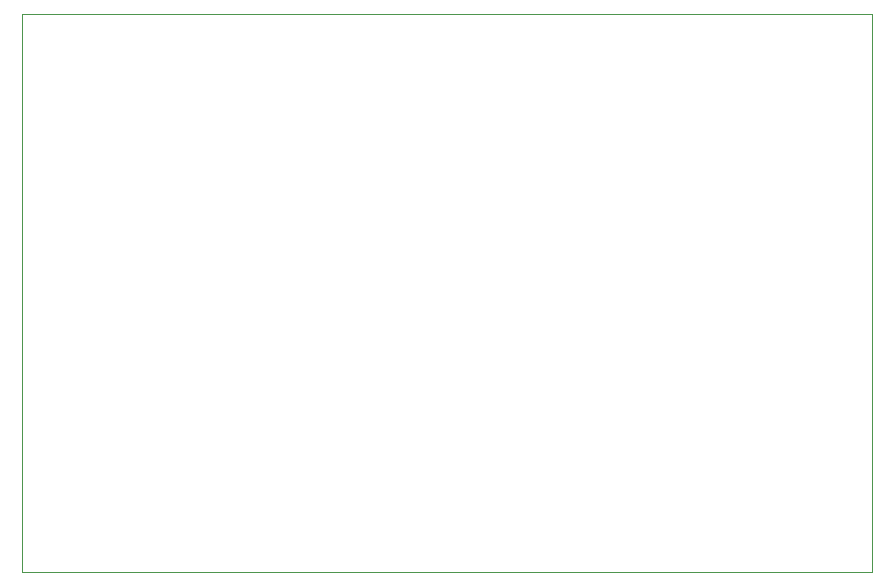
<source format=gbr>
%TF.GenerationSoftware,KiCad,Pcbnew,7.0.6*%
%TF.CreationDate,2023-10-09T12:22:11-06:00*%
%TF.ProjectId,CAN-USB RF Module,43414e2d-5553-4422-9052-46204d6f6475,2.0*%
%TF.SameCoordinates,Original*%
%TF.FileFunction,Profile,NP*%
%FSLAX46Y46*%
G04 Gerber Fmt 4.6, Leading zero omitted, Abs format (unit mm)*
G04 Created by KiCad (PCBNEW 7.0.6) date 2023-10-09 12:22:11*
%MOMM*%
%LPD*%
G01*
G04 APERTURE LIST*
%TA.AperFunction,Profile*%
%ADD10C,0.100000*%
%TD*%
G04 APERTURE END LIST*
D10*
X98140000Y-71030000D02*
X170149000Y-71030000D01*
X170149000Y-118274000D01*
X98140000Y-118274000D01*
X98140000Y-71030000D01*
M02*

</source>
